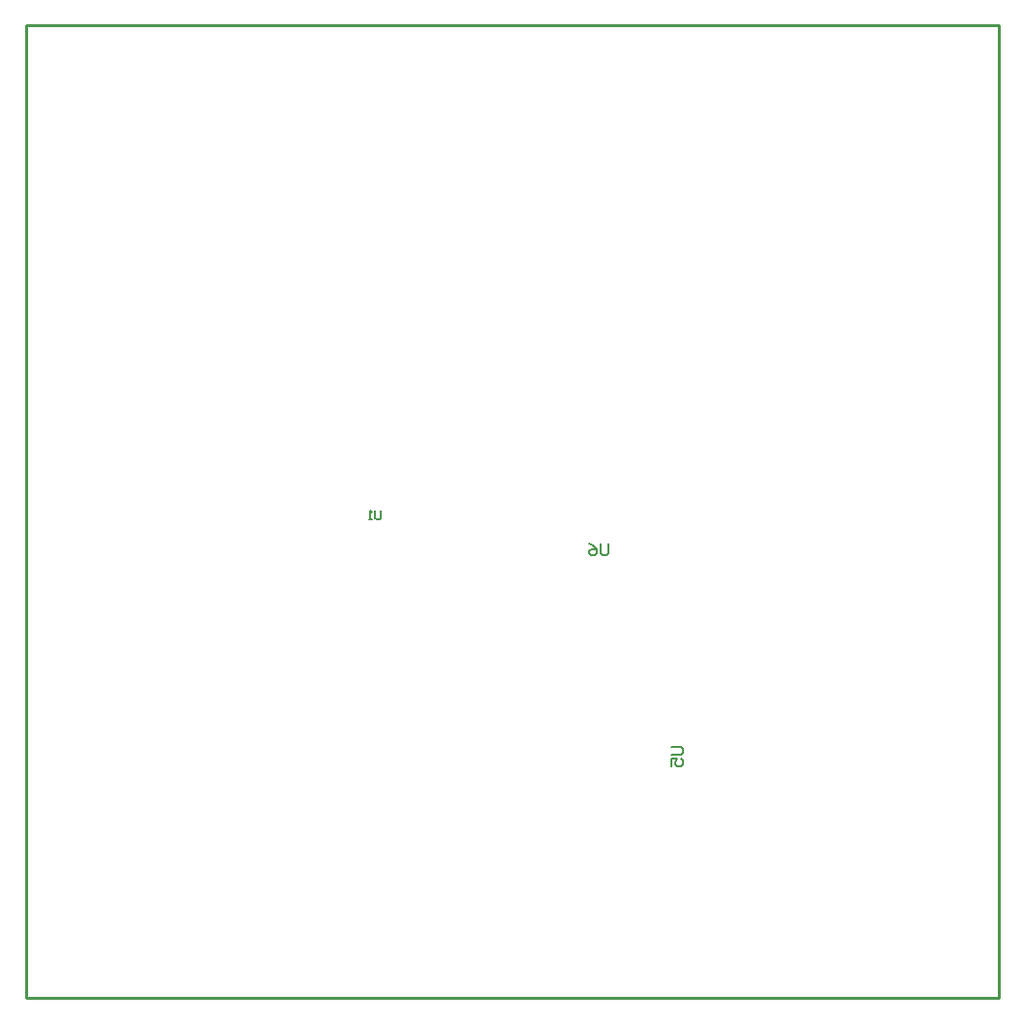
<source format=gm1>
G04*
G04 #@! TF.GenerationSoftware,Altium Limited,Altium Designer,23.3.1 (30)*
G04*
G04 Layer_Color=16711935*
%FSLAX44Y44*%
%MOMM*%
G71*
G04*
G04 #@! TF.SameCoordinates,7DDBB174-5A1B-4199-9A96-CB190E09B0CA*
G04*
G04*
G04 #@! TF.FilePolarity,Positive*
G04*
G01*
G75*
%ADD14C,0.2540*%
%ADD64C,0.1778*%
%ADD65C,0.1500*%
D14*
X850000D01*
X0Y850000D02*
X850000D01*
Y0D02*
Y850000D01*
X0Y0D02*
Y850000D01*
D64*
X509270Y397507D02*
Y389043D01*
X507577Y387350D01*
X504192D01*
X502499Y389043D01*
Y397507D01*
X492342D02*
X495728Y395814D01*
X499113Y392428D01*
Y389043D01*
X497421Y387350D01*
X494035D01*
X492342Y389043D01*
Y390736D01*
X494035Y392428D01*
X499113D01*
X563883Y219710D02*
X572347D01*
X574040Y218017D01*
Y214632D01*
X572347Y212939D01*
X563883D01*
Y202782D02*
Y209553D01*
X568962D01*
X567269Y206168D01*
Y204475D01*
X568962Y202782D01*
X572347D01*
X574040Y204475D01*
Y207861D01*
X572347Y209553D01*
D65*
X310390Y426137D02*
Y419473D01*
X309057Y418140D01*
X306391D01*
X305058Y419473D01*
Y426137D01*
X302393Y418140D02*
X299727D01*
X301060D01*
Y426137D01*
X302393Y424804D01*
M02*

</source>
